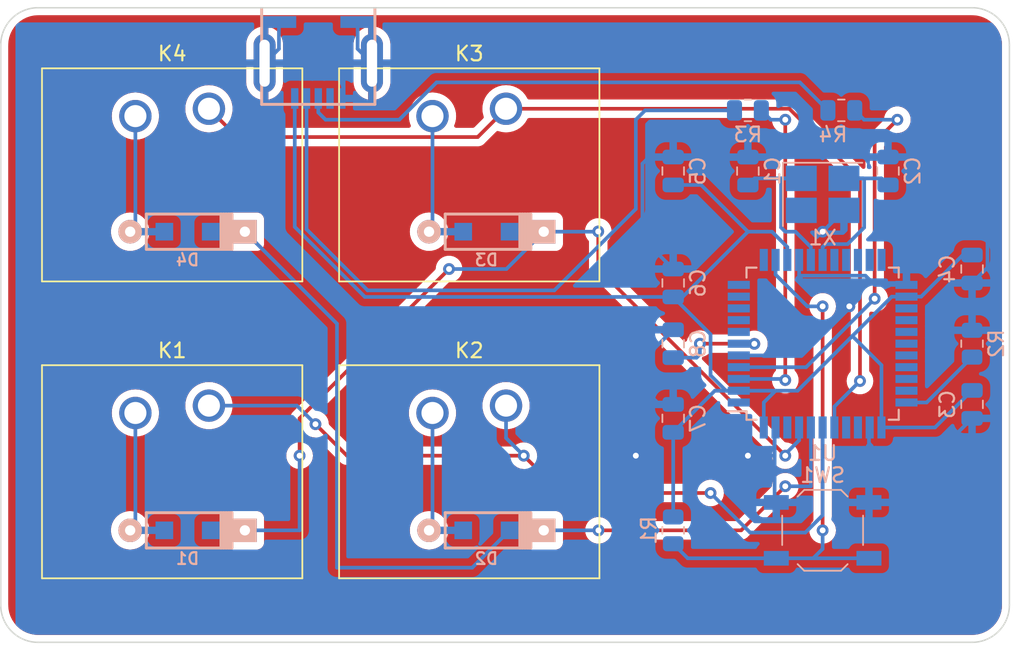
<source format=kicad_pcb>
(kicad_pcb (version 20211014) (generator pcbnew)
  (layers (0 "F.Cu" signal) (31 "B.Cu" signal) (34 "B.Paste" user) (35 "F.Paste" user) (36 "B.SilkS" user "B.Silkscreen") (37 "F.SilkS" user "F.Silkscreen") (38 "B.Mask" user) (39 "F.Mask" user) (44 "Edge.Cuts" user))
  (net 0 "")
  (net 1 "Net-(C1-Pad1)")
  (net 2 "Net-(C2-Pad1)")
  (net 3 "VUSB")
  (net 4 "Net-(C8-Pad1)")
  (net 5 "row1")
  (net 6 "Net-(D1-Pad2)")
  (net 7 "row2")
  (net 8 "Net-(D2-Pad2)")
  (net 9 "Net-(D3-Pad2)")
  (net 10 "Net-(D4-Pad2)")
  (net 11 "Net-(J1-Pad2)")
  (net 12 "Net-(J1-Pad3)")
  (net 14 "col1")
  (net 15 "col2")
  (net 16 "Net-(R1-Pad2)")
  (net 17 "Net-(R2-Pad1)")
  (net 18 "Net-(R3-Pad2)")
  (net 19 "Net-(R4-Pad2)")
  (net 43 "GND")
  (footprint "Button_Switch_Keyboard:SW_Matias_1.00u" (layer "F.Cu") (at 115.755 65.295)
    (fp_text reference "K4" (at -2.5 -3.75) (layer "F.SilkS"))
    (fp_text value "KEYSW")
    (fp_line (start -11.35 11.75) (end -11.35 -2.75) (layer "F.SilkS") (width 0.12))
    (fp_line (start 6.35 11.75) (end -11.35 11.75) (layer "F.SilkS") (width 0.12))
    (fp_line (start -11.35 -2.75) (end 6.35 -2.75) (layer "F.SilkS") (width 0.12))
    (fp_line (start 6.35 -2.75) (end 6.35 11.75) (layer "F.SilkS") (width 0.12))
    (pad "1" thru_hole circle (at 0 0) (size 2.2 2.2) (drill 1.5) (layers *.Cu *.Mask) (net 15 "col2"))
    (pad "2" thru_hole circle (at -5 0.5) (size 2.2 2.2) (drill 1.5) (layers *.Cu *.Mask) (net 10 "Net-(D4-Pad2)"))
  )
  (footprint "Button_Switch_Keyboard:SW_Matias_1.00u" (layer "F.Cu") (at 115.755 85.495)
    (fp_text reference "K1" (at -2.5 -3.75) (layer "F.SilkS"))
    (fp_text value "KEYSW")
    (fp_line (start 6.35 11.75) (end -11.35 11.75) (layer "F.SilkS") (width 0.12))
    (fp_line (start -11.35 -2.75) (end 6.35 -2.75) (layer "F.SilkS") (width 0.12))
    (fp_line (start -11.35 11.75) (end -11.35 -2.75) (layer "F.SilkS") (width 0.12))
    (fp_line (start 6.35 -2.75) (end 6.35 11.75) (layer "F.SilkS") (width 0.12))
    (pad "1" thru_hole circle (at 0 0) (size 2.2 2.2) (drill 1.5) (layers *.Cu *.Mask) (net 14 "col1"))
    (pad "2" thru_hole circle (at -5 0.5) (size 2.2 2.2) (drill 1.5) (layers *.Cu *.Mask) (net 6 "Net-(D1-Pad2)"))
  )
  (footprint "Button_Switch_Keyboard:SW_Matias_1.00u" (layer "F.Cu") (at 135.955 65.295)
    (fp_text reference "K3" (at -2.5 -3.75) (layer "F.SilkS"))
    (fp_text value "KEYSW")
    (fp_line (start 6.35 -2.75) (end 6.35 11.75) (layer "F.SilkS") (width 0.12))
    (fp_line (start -11.35 11.75) (end -11.35 -2.75) (layer "F.SilkS") (width 0.12))
    (fp_line (start -11.35 -2.75) (end 6.35 -2.75) (layer "F.SilkS") (width 0.12))
    (fp_line (start 6.35 11.75) (end -11.35 11.75) (layer "F.SilkS") (width 0.12))
    (pad "1" thru_hole circle (at 0 0) (size 2.2 2.2) (drill 1.5) (layers *.Cu *.Mask) (net 15 "col2"))
    (pad "2" thru_hole circle (at -5 0.5) (size 2.2 2.2) (drill 1.5) (layers *.Cu *.Mask) (net 9 "Net-(D3-Pad2)"))
  )
  (footprint "Button_Switch_Keyboard:SW_Matias_1.00u" (layer "F.Cu") (at 135.955 85.495)
    (fp_text reference "K2" (at -2.5 -3.75) (layer "F.SilkS"))
    (fp_text value "KEYSW")
    (fp_line (start 6.35 11.75) (end -11.35 11.75) (layer "F.SilkS") (width 0.12))
    (fp_line (start 6.35 -2.75) (end 6.35 11.75) (layer "F.SilkS") (width 0.12))
    (fp_line (start -11.35 -2.75) (end 6.35 -2.75) (layer "F.SilkS") (width 0.12))
    (fp_line (start -11.35 11.75) (end -11.35 -2.75) (layer "F.SilkS") (width 0.12))
    (pad "1" thru_hole circle (at 0 0) (size 2.2 2.2) (drill 1.5) (layers *.Cu *.Mask) (net 14 "col1"))
    (pad "2" thru_hole circle (at -5 0.5) (size 2.2 2.2) (drill 1.5) (layers *.Cu *.Mask) (net 8 "Net-(D2-Pad2)"))
  )
  (footprint "Capacitor_SMD:C_0805_2012Metric" (layer "B.Cu") (at 167.64 76.2 -90)
    (fp_text reference "C4" (at 0 1.68 90) (layer "B.SilkS") (effects (justify mirror)))
    (fp_text value "0.1u")
    (fp_line (start -0.261252 -0.735) (end 0.261252 -0.735) (layer "B.SilkS") (width 0.12))
    (fp_line (start -0.261252 0.735) (end 0.261252 0.735) (layer "B.SilkS") (width 0.12))
    (pad "1" smd roundrect (at -0.95 0 270) (size 1 1.45) (layers "B.Cu" "B.Paste" "B.Mask") (net 3 "VUSB"))
    (pad "2" smd roundrect (at 0.95 0 270) (size 1 1.45) (layers "B.Cu" "B.Paste" "B.Mask") (net 43 "GND"))
  )
  (footprint "keyboard_parts:USB_miniB_hirose_5S8" (layer "B.Cu") (at 123.19 64.595)
    (fp_text reference "J1" hide)
    (fp_text value "USB_mini_micro_B" hide)
    (fp_line (start -3.85 0.4) (end 3.85 0.4) (layer "B.SilkS") (width 0.2))
    (fp_line (start -3.85 0.4) (end -3.85 -6.1) (layer "B.SilkS") (width 0.2))
    (fp_line (start 3.85 0.4) (end 3.85 -6.1) (layer "B.SilkS") (width 0.2))
    (pad "1" smd rect locked (at -1.6 0) (size 0.5 1.4) (layers "B.Cu" "B.Paste" "B.Mask") (net 3 "VUSB"))
    (pad "2" smd rect locked (at -0.8 0) (size 0.5 1.4) (layers "B.Cu" "B.Paste" "B.Mask") (net 11 "Net-(J1-Pad2)"))
    (pad "3" smd rect locked (at 0 0) (size 0.5 1.4) (layers "B.Cu" "B.Paste" "B.Mask") (net 12 "Net-(J1-Pad3)"))
    (pad "4" smd rect locked (at 0.8 0) (size 0.5 1.4) (layers "B.Cu" "B.Paste" "B.Mask"))
    (pad "5" smd rect locked (at 1.6 0) (size 0.5 1.4) (layers "B.Cu" "B.Paste" "B.Mask") (net 43 "GND"))
    (pad "6" thru_hole oval locked (at -3.65 -2.4) (size 1.5 4) (drill oval 0.7 3.2) (layers *.Cu *.Mask "B.Paste") (net 43 "GND"))
    (pad "6" smd rect locked (at -2.675 -5.2) (size 2.35 0.8) (layers "B.Cu" "B.Paste" "B.Mask") (net 43 "GND"))
    (pad "6" thru_hole oval locked (at 3.65 -2.4) (size 1.5 4) (drill oval 0.7 3.2) (layers *.Cu *.Mask "B.Paste") (net 43 "GND"))
    (pad "6" smd rect locked (at 2.675 -5.2) (size 2.35 0.8) (layers "B.Cu" "B.Paste" "B.Mask") (net 43 "GND"))
  )
  (footprint "Resistor_SMD:R_0805_2012Metric" (layer "B.Cu") (at 147.32 93.98 -90)
    (fp_text reference "R1" (at 0 1.65 90) (layer "B.SilkS") (effects (justify mirror)))
    (fp_text value "10k")
    (fp_line (start -0.227064 0.735) (end 0.227064 0.735) (layer "B.SilkS") (width 0.12))
    (fp_line (start -0.227064 -0.735) (end 0.227064 -0.735) (layer "B.SilkS") (width 0.12))
    (pad "1" smd roundrect (at -0.9125 0 270) (size 1.025 1.4) (layers "B.Cu" "B.Paste" "B.Mask") (roundrect_rratio 0.243902) (net 3 "VUSB"))
    (pad "2" smd roundrect (at 0.9125 0 270) (size 1.025 1.4) (layers "B.Cu" "B.Paste" "B.Mask") (roundrect_rratio 0.243902) (net 16 "Net-(R1-Pad2)"))
  )
  (footprint "keyboard_parts:D_SOD123_axial" (layer "B.Cu") (at 114.3 93.98 180)
    (fp_text reference "D1" (at 0 -1.925) (layer "B.SilkS") (effects (font (size 0.8 0.8)) (justify mirror)))
    (fp_text value "D" hide)
    (fp_line (start 2.8 -1.2) (end -3 -1.2) (layer "B.SilkS") (width 0.2))
    (fp_line (start -2.8 1.2) (end -2.8 -1.2) (layer "B.SilkS") (width 0.2))
    (fp_line (start -3 1.2) (end 2.8 1.2) (layer "B.SilkS") (width 0.2))
    (fp_line (start -2.925 1.2) (end -2.925 -1.2) (layer "B.SilkS") (width 0.2))
    (fp_line (start 2.8 1.2) (end 2.8 -1.2) (layer "B.SilkS") (width 0.2))
    (fp_line (start -2.45 1.2) (end -2.45 -1.2) (layer "B.SilkS") (width 0.2))
    (fp_line (start -2.625 1.2) (end -2.625 -1.2) (layer "B.SilkS") (width 0.2))
    (fp_line (start -2.275 1.2) (end -2.275 -1.2) (layer "B.SilkS") (width 0.2))
    (fp_line (start -3.025 -1.2) (end -3.025 1.2) (layer "B.SilkS") (width 0.2))
    (pad "1" smd rect locked (at -2.7 0 180) (size 2.5 0.5) (layers "B.Cu") (net 5 "row1"))
    (pad "1" smd rect locked (at -1.575 0 180) (size 1.2 1.2) (layers "B.Cu" "B.Paste" "B.Mask") (net 5 "row1"))
    (pad "1" thru_hole rect locked (at -3.9 0 180) (size 1.6 1.6) (drill 0.7) (layers *.Cu *.Mask "B.SilkS") (net 5 "row1"))
    (pad "2" smd rect locked (at 2.7 0 180) (size 2.5 0.5) (layers "B.Cu") (net 6 "Net-(D1-Pad2)"))
    (pad "2" smd rect locked (at 1.575 0 180) (size 1.2 1.2) (layers "B.Cu" "B.Paste" "B.Mask") (net 6 "Net-(D1-Pad2)"))
    (pad "2" thru_hole circle locked (at 3.9 0 180) (size 1.6 1.6) (drill 0.7) (layers *.Cu *.Mask "B.SilkS") (net 6 "Net-(D1-Pad2)"))
  )
  (footprint "Capacitor_SMD:C_0805_2012Metric" (layer "B.Cu") (at 161.925 69.53 90)
    (fp_text reference "C2" (at 0 1.68 90) (layer "B.SilkS") (effects (justify mirror)))
    (fp_text value "22p")
    (fp_line (start -0.261252 -0.735) (end 0.261252 -0.735) (layer "B.SilkS") (width 0.12))
    (fp_line (start -0.261252 0.735) (end 0.261252 0.735) (layer "B.SilkS") (width 0.12))
    (pad "1" smd roundrect (at -0.95 0 90) (size 1 1.45) (layers "B.Cu" "B.Paste" "B.Mask") (net 2 "Net-(C2-Pad1)"))
    (pad "2" smd roundrect (at 0.95 0 90) (size 1 1.45) (layers "B.Cu" "B.Paste" "B.Mask") (net 43 "GND"))
  )
  (footprint "Package_QFP:TQFP-44_10x10mm_P0.8mm" (layer "B.Cu") (at 157.48 81.28)
    (fp_text reference "U1" (at 0 7.45) (layer "B.SilkS") (effects (justify mirror)))
    (fp_text value "ATMEGA32U4")
    (fp_line (start -5.175 -5.175) (end -4.5 -5.175) (layer "B.SilkS") (width 0.15))
    (fp_line (start 5.175 5.175) (end 5.175 4.5) (layer "B.SilkS") (width 0.15))
    (fp_line (start -5.175 5.175) (end -4.5 5.175) (layer "B.SilkS") (width 0.15))
    (fp_line (start -5.175 5.175) (end -5.175 4.6) (layer "B.SilkS") (width 0.15))
    (fp_line (start 5.175 -5.175) (end 5.175 -4.5) (layer "B.SilkS") (width 0.15))
    (fp_line (start 5.175 -5.175) (end 4.5 -5.175) (layer "B.SilkS") (width 0.15))
    (fp_line (start 5.175 5.175) (end 4.5 5.175) (layer "B.SilkS") (width 0.15))
    (fp_line (start -5.175 -5.175) (end -5.175 -4.5) (layer "B.SilkS") (width 0.15))
    (fp_line (start -5.175 4.6) (end -6.45 4.6) (layer "B.SilkS") (width 0.15))
    (pad "1" smd rect (at -5.7 4) (size 1.5 0.55) (layers "B.Cu" "B.Paste" "B.Mask"))
    (pad "2" smd rect (at -5.7 3.2) (size 1.5 0.55) (layers "B.Cu" "B.Paste" "B.Mask") (net 3 "VUSB"))
    (pad "3" smd rect (at -5.7 2.4) (size 1.5 0.55) (layers "B.Cu" "B.Paste" "B.Mask") (net 18 "Net-(R3-Pad2)"))
    (pad "4" smd rect (at -5.7 1.6) (size 1.5 0.55) (layers "B.Cu" "B.Paste" "B.Mask") (net 19 "Net-(R4-Pad2)"))
    (pad "5" smd rect (at -5.7 0.8) (size 1.5 0.55) (layers "B.Cu" "B.Paste" "B.Mask") (net 43 "GND"))
    (pad "6" smd rect (at -5.7 0) (size 1.5 0.55) (layers "B.Cu" "B.Paste" "B.Mask") (net 4 "Net-(C8-Pad1)"))
    (pad "7" smd rect (at -5.7 -0.8) (size 1.5 0.55) (layers "B.Cu" "B.Paste" "B.Mask"))
    (pad "8" smd rect (at -5.7 -1.6) (size 1.5 0.55) (layers "B.Cu" "B.Paste" "B.Mask"))
    (pad "9" smd rect (at -5.7 -2.4) (size 1.5 0.55) (layers "B.Cu" "B.Paste" "B.Mask"))
    (pad "10" smd rect (at -5.7 -3.2) (size 1.5 0.55) (layers "B.Cu" "B.Paste" "B.Mask"))
    (pad "11" smd rect (at -5.7 -4) (size 1.5 0.55) (layers "B.Cu" "B.Paste" "B.Mask"))
    (pad "12" smd rect (at -4 -5.7 270) (size 1.5 0.55) (layers "B.Cu" "B.Paste" "B.Mask"))
    (pad "13" smd rect (at -3.2 -5.7 270) (size 1.5 0.55) (layers "B.Cu" "B.Paste" "B.Mask") (net 16 "Net-(R1-Pad2)"))
    (pad "14" smd rect (at -2.4 -5.7 270) (size 1.5 0.55) (layers "B.Cu" "B.Paste" "B.Mask") (net 3 "VUSB"))
    (pad "15" smd rect (at -1.6 -5.7 270) (size 1.5 0.55) (layers "B.Cu" "B.Paste" "B.Mask") (net 43 "GND"))
    (pad "16" smd rect (at -0.8 -5.7 270) (size 1.5 0.55) (layers "B.Cu" "B.Paste" "B.Mask") (net 1 "Net-(C1-Pad1)"))
    (pad "17" smd rect (at 0 -5.7 270) (size 1.5 0.55) (layers "B.Cu" "B.Paste" "B.Mask") (net 2 "Net-(C2-Pad1)"))
    (pad "18" smd rect (at 0.8 -5.7 270) (size 1.5 0.55) (layers "B.Cu" "B.Paste" "B.Mask"))
    (pad "19" smd rect (at 1.6 -5.7 270) (size 1.5 0.55) (layers "B.Cu" "B.Paste" "B.Mask"))
    (pad "20" smd rect (at 2.4 -5.7 270) (size 1.5 0.55) (layers "B.Cu" "B.Paste" "B.Mask"))
    (pad "21" smd rect (at 3.2 -5.7 270) (size 1.5 0.55) (layers "B.Cu" "B.Paste" "B.Mask"))
    (pad "22" smd rect (at 4 -5.7 270) (size 1.5 0.55) (layers "B.Cu" "B.Paste" "B.Mask"))
    (pad "23" smd rect (at 5.7 -4) (size 1.5 0.55) (layers "B.Cu" "B.Paste" "B.Mask") (net 43 "GND"))
    (pad "24" smd rect (at 5.7 -3.2) (size 1.5 0.55) (layers "B.Cu" "B.Paste" "B.Mask") (net 3 "VUSB"))
    (pad "25" smd rect (at 5.7 -2.4) (size 1.5 0.55) (layers "B.Cu" "B.Paste" "B.Mask"))
    (pad "26" smd rect (at 5.7 -1.6) (size 1.5 0.55) (layers "B.Cu" "B.Paste" "B.Mask"))
    (pad "27" smd rect (at 5.7 -0.8) (size 1.5 0.55) (layers "B.Cu" "B.Paste" "B.Mask"))
    (pad "28" smd rect (at 5.7 0) (size 1.5 0.55) (layers "B.Cu" "B.Paste" "B.Mask"))
    (pad "29" smd rect (at 5.7 0.8) (size 1.5 0.55) (layers "B.Cu" "B.Paste" "B.Mask"))
    (pad "30" smd rect (at 5.7 1.6) (size 1.5 0.55) (layers "B.Cu" "B.Paste" "B.Mask"))
    (pad "31" smd rect (at 5.7 2.4) (size 1.5 0.55) (layers "B.Cu" "B.Paste" "B.Mask"))
    (pad "32" smd rect (at 5.7 3.2) (size 1.5 0.55) (layers "B.Cu" "B.Paste" "B.Mask"))
    (pad "33" smd rect (at 5.7 4) (size 1.5 0.55) (layers "B.Cu" "B.Paste" "B.Mask") (net 17 "Net-(R2-Pad1)"))
    (pad "34" smd rect (at 4 5.7 270) (size 1.5 0.55) (layers "B.Cu" "B.Paste" "B.Mask") (net 3 "VUSB"))
    (pad "35" smd rect (at 3.2 5.7 270) (size 1.5 0.55) (layers "B.Cu" "B.Paste" "B.Mask") (net 43 "GND"))
    (pad "36" smd rect (at 2.4 5.7 270) (size 1.5 0.55) (layers "B.Cu" "B.Paste" "B.Mask"))
    (pad "37" smd rect (at 1.6 5.7 270) (size 1.5 0.55) (layers "B.Cu" "B.Paste" "B.Mask"))
    (pad "38" smd rect (at 0.8 5.7 270) (size 1.5 0.55) (layers "B.Cu" "B.Paste" "B.Mask") (net 15 "col2"))
    (pad "39" smd rect (at 0 5.7 270) (size 1.5 0.55) (layers "B.Cu" "B.Paste" "B.Mask") (net 14 "col1"))
    (pad "40" smd rect (at -0.8 5.7 270) (size 1.5 0.55) (layers "B.Cu" "B.Paste" "B.Mask") (net 7 "row2"))
    (pad "41" smd rect (at -1.6 5.7 270) (size 1.5 0.55) (layers "B.Cu" "B.Paste" "B.Mask") (net 5 "row1"))
    (pad "42" smd rect (at -2.4 5.7 270) (size 1.5 0.55) (layers "B.Cu" "B.Paste" "B.Mask"))
    (pad "43" smd rect (at -3.2 5.7 270) (size 1.5 0.55) (layers "B.Cu" "B.Paste" "B.Mask") (net 43 "GND"))
    (pad "44" smd rect (at -4 5.7 270) (size 1.5 0.55) (layers "B.Cu" "B.Paste" "B.Mask") (net 3 "VUSB"))
  )
  (footprint "Resistor_SMD:R_0805_2012Metric" (layer "B.Cu") (at 167.64 81.28 90)
    (fp_text reference "R2" (at 0 1.65 90) (layer "B.SilkS") (effects (justify mirror)))
    (fp_text value "10k")
    (fp_line (start -0.227064 -0.735) (end 0.227064 -0.735) (layer "B.SilkS") (width 0.12))
    (fp_line (start -0.227064 0.735) (end 0.227064 0.735) (layer "B.SilkS") (width 0.12))
    (pad "1" smd roundrect (at -0.9125 0 90) (size 1.025 1.4) (layers "B.Cu" "B.Paste" "B.Mask") (roundrect_rratio 0.243902) (net 17 "Net-(R2-Pad1)"))
    (pad "2" smd roundrect (at 0.9125 0 90) (size 1.025 1.4) (layers "B.Cu" "B.Paste" "B.Mask") (roundrect_rratio 0.243902) (net 43 "GND"))
  )
  (footprint "keyboard_parts:D_SOD123_axial" (layer "B.Cu") (at 134.62 73.66 180)
    (fp_text reference "D3" (at 0 -1.925) (layer "B.SilkS") (effects (font (size 0.8 0.8)) (justify mirror)))
    (fp_text value "D" hide)
    (fp_line (start -2.925 1.2) (end -2.925 -1.2) (layer "B.SilkS") (width 0.2))
    (fp_line (start -2.275 1.2) (end -2.275 -1.2) (layer "B.SilkS") (width 0.2))
    (fp_line (start -2.8 1.2) (end -2.8 -1.2) (layer "B.SilkS") (width 0.2))
    (fp_line (start -3 1.2) (end 2.8 1.2) (layer "B.SilkS") (width 0.2))
    (fp_line (start -2.45 1.2) (end -2.45 -1.2) (layer "B.SilkS") (width 0.2))
    (fp_line (start -2.625 1.2) (end -2.625 -1.2) (layer "B.SilkS") (width 0.2))
    (fp_line (start 2.8 -1.2) (end -3 -1.2) (layer "B.SilkS") (width 0.2))
    (fp_line (start -3.025 -1.2) (end -3.025 1.2) (layer "B.SilkS") (width 0.2))
    (fp_line (start 2.8 1.2) (end 2.8 -1.2) (layer "B.SilkS") (width 0.2))
    (pad "1" thru_hole rect locked (at -3.9 0 180) (size 1.6 1.6) (drill 0.7) (layers *.Cu *.Mask "B.SilkS") (net 5 "row1"))
    (pad "1" smd rect locked (at -2.7 0 180) (size 2.5 0.5) (layers "B.Cu") (net 5 "row1"))
    (pad "1" smd rect locked (at -1.575 0 180) (size 1.2 1.2) (layers "B.Cu" "B.Paste" "B.Mask") (net 5 "row1"))
    (pad "2" smd rect locked (at 1.575 0 180) (size 1.2 1.2) (layers "B.Cu" "B.Paste" "B.Mask") (net 9 "Net-(D3-Pad2)"))
    (pad "2" smd rect locked (at 2.7 0 180) (size 2.5 0.5) (layers "B.Cu") (net 9 "Net-(D3-Pad2)"))
    (pad "2" thru_hole circle locked (at 3.9 0 180) (size 1.6 1.6) (drill 0.7) (layers *.Cu *.Mask "B.SilkS") (net 9 "Net-(D3-Pad2)"))
  )
  (footprint "Button_Switch_SMD:SW_SPST_TL3342" (layer "B.Cu") (at 157.48 93.98 180)
    (fp_text reference "SW1" (at 0 3.75) (layer "B.SilkS") (effects (justify mirror)))
    (fp_text value "SW_PUSH")
    (fp_line (start -2.75 1) (end -2.75 -1) (layer "B.SilkS") (width 0.12))
    (fp_line (start -1.7 -2.3) (end -1.25 -2.75) (layer "B.SilkS") (width 0.12))
    (fp_line (start 2.75 1) (end 2.75 -1) (layer "B.SilkS") (width 0.12))
    (fp_line (start -1.25 2.75) (end 1.25 2.75) (layer "B.SilkS") (width 0.12))
    (fp_line (start -1.7 2.3) (end -1.25 2.75) (layer "B.SilkS") (width 0.12))
    (fp_line (start -1.25 -2.75) (end 1.25 -2.75) (layer "B.SilkS") (width 0.12))
    (fp_line (start 1.7 2.3) (end 1.25 2.75) (layer "B.SilkS") (width 0.12))
    (fp_line (start 1.7 -2.3) (end 1.25 -2.75) (layer "B.SilkS") (width 0.12))
    (pad "1" smd rect (at -3.15 1.9 180) (size 1.7 1) (layers "B.Cu" "B.Paste" "B.Mask") (net 43 "GND"))
    (pad "1" smd rect (at 3.15 1.9 180) (size 1.7 1) (layers "B.Cu" "B.Paste" "B.Mask") (net 43 "GND"))
    (pad "2" smd rect (at 3.15 -1.9 180) (size 1.7 1) (layers "B.Cu" "B.Paste" "B.Mask") (net 16 "Net-(R1-Pad2)"))
    (pad "2" smd rect (at -3.15 -1.9 180) (size 1.7 1) (layers "B.Cu" "B.Paste" "B.Mask") (net 16 "Net-(R1-Pad2)"))
  )
  (footprint "Capacitor_SMD:C_0805_2012Metric" (layer "B.Cu") (at 147.32 86.36 90)
    (fp_text reference "C7" (at 0 1.68 90) (layer "B.SilkS") (effects (justify mirror)))
    (fp_text value "4.7u")
    (fp_line (start -0.261252 0.735) (end 0.261252 0.735) (layer "B.SilkS") (width 0.12))
    (fp_line (start -0.261252 -0.735) (end 0.261252 -0.735) (layer "B.SilkS") (width 0.12))
    (pad "1" smd roundrect (at -0.95 0 90) (size 1 1.45) (layers "B.Cu" "B.Paste" "B.Mask") (net 3 "VUSB"))
    (pad "2" smd roundrect (at 0.95 0 90) (size 1 1.45) (layers "B.Cu" "B.Paste" "B.Mask") (net 43 "GND"))
  )
  (footprint "Capacitor_SMD:C_0805_2012Metric" (layer "B.Cu") (at 152.4 69.535 90)
    (fp_text reference "C1" (at 0 1.68 90) (layer "B.SilkS") (effects (justify mirror)))
    (fp_text value "22p")
    (fp_line (start -0.261252 0.735) (end 0.261252 0.735) (layer "B.SilkS") (width 0.12))
    (fp_line (start -0.261252 -0.735) (end 0.261252 -0.735) (layer "B.SilkS") (width 0.12))
    (pad "1" smd roundrect (at -0.95 0 90) (size 1 1.45) (layers "B.Cu" "B.Paste" "B.Mask") (net 1 "Net-(C1-Pad1)"))
    (pad "2" smd roundrect (at 0.95 0 90) (size 1 1.45) (layers "B.Cu" "B.Paste" "B.Mask") (net 43 "GND"))
  )
  (footprint "Capacitor_SMD:C_0805_2012Metric" (layer "B.Cu") (at 147.32 69.53 90)
    (fp_text reference "C5" (at 0 1.68 90) (layer "B.SilkS") (effects (justify mirror)))
    (fp_text value "0.1u")
    (fp_line (start -0.261252 0.735) (end 0.261252 0.735) (layer "B.SilkS") (width 0.12))
    (fp_line (start -0.261252 -0.735) (end 0.261252 -0.735) (layer "B.SilkS") (width 0.12))
    (pad "1" smd roundrect (at -0.95 0 90) (size 1 1.45) (layers "B.Cu" "B.Paste" "B.Mask") (net 3 "VUSB"))
    (pad "2" smd roundrect (at 0.95 0 90) (size 1 1.45) (layers "B.Cu" "B.Paste" "B.Mask") (net 43 "GND"))
  )
  (footprint "Resistor_SMD:R_0805_2012Metric" (layer "B.Cu") (at 152.4 65.405)
    (fp_text reference "R3" (at 0 1.65) (layer "B.SilkS") (effects (justify mirror)))
    (fp_text value "22")
    (fp_line (start -0.227064 -0.735) (end 0.227064 -0.735) (layer "B.SilkS") (width 0.12))
    (fp_line (start -0.227064 0.735) (end 0.227064 0.735) (layer "B.SilkS") (width 0.12))
    (pad "1" smd roundrect (at -0.9125 0) (size 1.025 1.4) (layers "B.Cu" "B.Paste" "B.Mask") (roundrect_rratio 0.243902) (net 11 "Net-(J1-Pad2)"))
    (pad "2" smd roundrect (at 0.9125 0) (size 1.025 1.4) (layers "B.Cu" "B.Paste" "B.Mask") (roundrect_rratio 0.243902) (net 18 "Net-(R3-Pad2)"))
  )
  (footprint "Crystal:Crystal_SMD_SeikoEpson_TSX3225-4Pin_3.2x2.5mm_HandSoldering" (layer "B.Cu") (at 157.48 71.12)
    (fp_text reference "X1" (at 0 2.95) (layer "B.SilkS") (effects (justify mirror)))
    (fp_text value "XTAL_GND")
    (fp_line (start -2.7 -2.15) (end 2.7 -2.15) (layer "B.SilkS") (width 0.12))
    (fp_line (start -2.7 2.15) (end -2.7 -2.15) (layer "B.SilkS") (width 0.12))
    (pad "1" smd rect (at -1.45 -1.0875) (size 2.1 1.725) (layers "B.Cu" "B.Paste" "B.Mask") (net 1 "Net-(C1-Pad1)"))
    (pad "2" smd rect (at 1.45 -1.0875) (size 2.1 1.725) (layers "B.Cu" "B.Paste" "B.Mask") (net 2 "Net-(C2-Pad1)"))
    (pad "3" smd rect (at 1.45 1.0875) (size 2.1 1.725) (layers "B.Cu" "B.Paste" "B.Mask") (net 43 "GND"))
    (pad "4" smd rect (at -1.45 1.0875) (size 2.1 1.725) (layers "B.Cu" "B.Paste" "B.Mask"))
  )
  (footprint "Capacitor_SMD:C_0805_2012Metric" (layer "B.Cu") (at 147.32 81.28 90)
    (fp_text reference "C8" (at 0 1.68 90) (layer "B.SilkS") (effects (justify mirror)))
    (fp_text value "0.1u")
    (fp_line (start -0.261252 0.735) (end 0.261252 0.735) (layer "B.SilkS") (width 0.12))
    (fp_line (start -0.261252 -0.735) (end 0.261252 -0.735) (layer "B.SilkS") (width 0.12))
    (pad "1" smd roundrect (at -0.95 0 90) (size 1 1.45) (layers "B.Cu" "B.Paste" "B.Mask") (net 4 "Net-(C8-Pad1)"))
    (pad "2" smd roundrect (at 0.95 0 90) (size 1 1.45) (layers "B.Cu" "B.Paste" "B.Mask") (net 43 "GND"))
  )
  (footprint "Capacitor_SMD:C_0805_2012Metric" (layer "B.Cu") (at 147.32 77.15 90)
    (fp_text reference "C6" (at 0 1.68 90) (layer "B.SilkS") (effects (justify mirror)))
    (fp_text value "0.1u")
    (fp_line (start -0.261252 -0.735) (end 0.261252 -0.735) (layer "B.SilkS") (width 0.12))
    (fp_line (start -0.261252 0.735) (end 0.261252 0.735) (layer "B.SilkS") (width 0.12))
    (pad "1" smd roundrect (at -0.95 0 90) (size 1 1.45) (layers "B.Cu" "B.Paste" "B.Mask") (net 3 "VUSB"))
    (pad "2" smd roundrect (at 0.95 0 90) (size 1 1.45) (layers "B.Cu" "B.Paste" "B.Mask") (net 43 "GND"))
  )
  (footprint "keyboard_parts:D_SOD123_axial" (layer "B.Cu") (at 134.62 93.98 180)
    (fp_text reference "D2" (at 0 -1.925) (layer "B.SilkS") (effects (font (size 0.8 0.8)) (justify mirror)))
    (fp_text value "D" hide)
    (fp_line (start -2.275 1.2) (end -2.275 -1.2) (layer "B.SilkS") (width 0.2))
    (fp_line (start -3 1.2) (end 2.8 1.2) (layer "B.SilkS") (width 0.2))
    (fp_line (start 2.8 1.2) (end 2.8 -1.2) (layer "B.SilkS") (width 0.2))
    (fp_line (start -2.925 1.2) (end -2.925 -1.2) (layer "B.SilkS") (width 0.2))
    (fp_line (start -2.8 1.2) (end -2.8 -1.2) (layer "B.SilkS") (width 0.2))
    (fp_line (start -2.625 1.2) (end -2.625 -1.2) (layer "B.SilkS") (width 0.2))
    (fp_line (start -2.45 1.2) (end -2.45 -1.2) (layer "B.SilkS") (width 0.2))
    (fp_line (start -3.025 -1.2) (end -3.025 1.2) (layer "B.SilkS") (width 0.2))
    (fp_line (start 2.8 -1.2) (end -3 -1.2) (layer "B.SilkS") (width 0.2))
    (pad "1" thru_hole rect locked (at -3.9 0 180) (size 1.6 1.6) (drill 0.7) (layers *.Cu *.Mask "B.SilkS") (net 7 "row2"))
    (pad "1" smd rect locked (at -2.7 0 180) (size 2.5 0.5) (layers "B.Cu") (net 7 "row2"))
    (pad "1" smd rect locked (at -1.575 0 180) (size 1.2 1.2) (layers "B.Cu" "B.Paste" "B.Mask") (net 7 "row2"))
    (pad "2" smd rect locked (at 1.575 0 180) (size 1.2 1.2) (layers "B.Cu" "B.Paste" "B.Mask") (net 8 "Net-(D2-Pad2)"))
    (pad "2" thru_hole circle locked (at 3.9 0 180) (size 1.6 1.6) (drill 0.7) (layers *.Cu *.Mask "B.SilkS") (net 8 "Net-(D2-Pad2)"))
    (pad "2" smd rect locked (at 2.7 0 180) (size 2.5 0.5) (layers "B.Cu") (net 8 "Net-(D2-Pad2)"))
  )
  (footprint "Resistor_SMD:R_0805_2012Metric" (layer "B.Cu") (at 158.75 65.405)
    (fp_text reference "R4" (at -0.56 1.65) (layer "B.SilkS") (effects (justify mirror)))
    (fp_text value "22")
    (fp_line (start -0.227064 0.735) (end 0.227064 0.735) (layer "B.SilkS") (width 0.12))
    (fp_line (start -0.227064 -0.735) (end 0.227064 -0.735) (layer "B.SilkS") (width 0.12))
    (pad "1" smd roundrect (at -0.9125 0) (size 1.025 1.4) (layers "B.Cu" "B.Paste" "B.Mask") (roundrect_rratio 0.243902) (net 12 "Net-(J1-Pad3)"))
    (pad "2" smd roundrect (at 0.9125 0) (size 1.025 1.4) (layers "B.Cu" "B.Paste" "B.Mask") (roundrect_rratio 0.243902) (net 19 "Net-(R4-Pad2)"))
  )
  (footprint "keyboard_parts:D_SOD123_axial" (layer "B.Cu") (at 114.3 73.66 180)
    (fp_text reference "D4" (at 0 -1.925) (layer "B.SilkS") (effects (font (size 0.8 0.8)) (justify mirror)))
    (fp_text value "D" hide)
    (fp_line (start 2.8 -1.2) (end -3 -1.2) (layer "B.SilkS") (width 0.2))
    (fp_line (start -3 1.2) (end 2.8 1.2) (layer "B.SilkS") (width 0.2))
    (fp_line (start 2.8 1.2) (end 2.8 -1.2) (layer "B.SilkS") (width 0.2))
    (fp_line (start -2.45 1.2) (end -2.45 -1.2) (layer "B.SilkS") (width 0.2))
    (fp_line (start -2.8 1.2) (end -2.8 -1.2) (layer "B.SilkS") (width 0.2))
    (fp_line (start -2.925 1.2) (end -2.925 -1.2) (layer "B.SilkS") (width 0.2))
    (fp_line (start -3.025 -1.2) (end -3.025 1.2) (layer "B.SilkS") (width 0.2))
    (fp_line (start -2.625 1.2) (end -2.625 -1.2) (layer "B.SilkS") (width 0.2))
    (fp_line (start -2.275 1.2) (end -2.275 -1.2) (layer "B.SilkS") (width 0.2))
    (pad "1" smd rect locked (at -1.575 0 180) (size 1.2 1.2) (layers "B.Cu" "B.Paste" "B.Mask") (net 7 "row2"))
    (pad "1" thru_hole rect locked (at -3.9 0 180) (size 1.6 1.6) (drill 0.7) (layers *.Cu *.Mask "B.SilkS") (net 7 "row2"))
    (pad "1" smd rect locked (at -2.7 0 180) (size 2.5 0.5) (layers "B.Cu") (net 7 "row2"))
    (pad "2" smd rect locked (at 1.575 0 180) (size 1.2 1.2) (layers "B.Cu" "B.Paste" "B.Mask") (net 10 "Net-(D4-Pad2)"))
    (pad "2" smd rect locked (at 2.7 0 180) (size 2.5 0.5) (layers "B.Cu") (net 10 "Net-(D4-Pad2)"))
    (pad "2" thru_hole circle locked (at 3.9 0 180) (size 1.6 1.6) (drill 0.7) (layers *.Cu *.Mask "B.SilkS") (net 10 "Net-(D4-Pad2)"))
  )
  (footprint "Capacitor_SMD:C_0805_2012Metric" (layer "B.Cu") (at 167.64 85.41 -90)
    (fp_text reference "C3" (at 0 1.68 90) (layer "B.SilkS") (effects (justify mirror)))
    (fp_text value "0.1u")
    (fp_line (start -0.261252 0.735) (end 0.261252 0.735) (layer "B.SilkS") (width 0.12))
    (fp_line (start -0.261252 -0.735) (end 0.261252 -0.735) (layer "B.SilkS") (width 0.12))
    (pad "1" smd roundrect (at -0.95 0 270) (size 1 1.45) (layers "B.Cu" "B.Paste" "B.Mask") (net 3 "VUSB"))
    (pad "2" smd roundrect (at 0.95 0 270) (size 1 1.45) (layers "B.Cu" "B.Paste" "B.Mask") (net 43 "GND"))
  )
  (gr_arc (start 101.6 60.96) (mid 102.343949 59.163949) (end 104.14 58.42) (layer "Edge.Cuts") (width 0.1))
  (gr_line (start 101.6 60.96) (end 101.6 99.06) (layer "Edge.Cuts") (width 0.1))
  (gr_line (start 167.64 58.42) (end 104.14 58.42) (layer "Edge.Cuts") (width 0.1))
  (gr_arc (start 167.64 58.42) (mid 169.436051 59.163949) (end 170.18 60.96) (layer "Edge.Cuts") (width 0.1))
  (gr_line (start 170.18 60.96) (end 170.18 99.06) (layer "Edge.Cuts") (width 0.1))
  (gr_line (start 104.14 101.6) (end 167.64 101.6) (layer "Edge.Cuts") (width 0.1))
  (gr_arc (start 104.14 101.6) (mid 102.343949 100.856051) (end 101.6 99.06) (layer "Edge.Cuts") (width 0.1))
  (gr_arc (start 170.18 99.06) (mid 169.436051 100.856051) (end 167.64 101.6) (layer "Edge.Cuts") (width 0.1))
  (segment (start 156.68 74.705978) (end 156.68 75.58) (width 0.25) (layer "B.Cu") (net 1))
  (segment (start 156.03 70.0325) (end 154.73 70.0325) (width 0.25) (layer "B.Cu") (net 1))
  (segment (start 152.4 70.485) (end 152.8525 70.0325) (width 0.25) (layer "B.Cu") (net 1))
  (segment (start 154.73 70.0325) (end 154.655489 70.107011) (width 0.25) (layer "B.Cu") (net 1))
  (segment (start 154.655489 73.375489) (end 154.94 73.66) (width 0.25) (layer "B.Cu") (net 1))
  (segment (start 156.03 70.6675) (end 155.643478 70.6675) (width 0.25) (layer "B.Cu") (net 1))
  (segment (start 154.655489 70.107011) (end 154.655489 73.375489) (width 0.25) (layer "B.Cu") (net 1))
  (segment (start 152.8525 70.0325) (end 156.03 70.0325) (width 0.25) (layer "B.Cu") (net 1))
  (segment (start 152.5825 70.6675) (end 152.4 70.485) (width 0.25) (layer "B.Cu") (net 1))
  (segment (start 154.94 73.66) (end 155.634022 73.66) (width 0.25) (layer "B.Cu") (net 1))
  (segment (start 155.634022 73.66) (end 156.68 74.705978) (width 0.25) (layer "B.Cu") (net 1))
  (segment (start 160.23 70.0325) (end 160.304511 70.107011) (width 0.25) (layer "B.Cu") (net 2))
  (segment (start 159.174511 74.505489) (end 157.680489 74.505489) (width 0.25) (layer "B.Cu") (net 2))
  (segment (start 161.7925 70.6675) (end 161.925 70.8) (width 0.25) (layer "B.Cu") (net 2))
  (segment (start 160.304511 73.375489) (end 159.174511 74.505489) (width 0.25) (layer "B.Cu") (net 2))
  (segment (start 160.304511 70.107011) (end 160.304511 73.375489) (width 0.25) (layer "B.Cu") (net 2))
  (segment (start 161.925 70.48) (end 161.4775 70.0325) (width 0.25) (layer "B.Cu") (net 2))
  (segment (start 158.93 70.0325) (end 160.23 70.0325) (width 0.25) (layer "B.Cu") (net 2))
  (segment (start 157.680489 74.505489) (end 157.48 74.705978) (width 0.25) (layer "B.Cu") (net 2))
  (segment (start 157.48 74.705978) (end 157.48 75.58) (width 0.25) (layer "B.Cu") (net 2))
  (segment (start 161.4775 70.0325) (end 158.93 70.0325) (width 0.25) (layer "B.Cu") (net 2))
  (segment (start 164.18 78.08) (end 167.01 75.25) (width 0.25) (layer "B.Cu") (net 3))
  (segment (start 149.86 80.64) (end 149.86 83.434022) (width 0.25) (layer "B.Cu") (net 3))
  (segment (start 147.32 87.31) (end 150.15 84.48) (width 0.25) (layer "B.Cu") (net 3))
  (segment (start 161.48 82.74) (end 159.5 80.76) (width 0.25) (layer "B.Cu") (net 3))
  (segment (start 154.28 84.48) (end 151.78 84.48) (width 0.25) (layer "B.Cu") (net 3))
  (segment (start 159.5 80.76) (end 155.78 84.48) (width 0.25) (layer "B.Cu") (net 3))
  (segment (start 161.48 86.98) (end 165.12 86.98) (width 0.25) (layer "B.Cu") (net 3))
  (segment (start 161.48 86.98) (end 161.48 82.74) (width 0.25) (layer "B.Cu") (net 3))
  (segment (start 121.59 73.33) (end 126.36 78.1) (width 0.25) (layer "B.Cu") (net 3))
  (segment (start 147.32 78.1) (end 147.96 78.1) (width 0.25) (layer "B.Cu") (net 3))
  (segment (start 154.034022 73.66) (end 155.08 74.705978) (width 0.25) (layer "B.Cu") (net 3))
  (segment (start 167.01 75.25) (end 167.64 75.25) (width 0.25) (layer "B.Cu") (net 3))
  (segment (start 147.32 78.1) (end 149.86 80.64) (width 0.25) (layer "B.Cu") (net 3))
  (segment (start 153.48 86.98) (end 153.48 85.28) (width 0.25) (layer "B.Cu") (net 3))
  (segment (start 126.36 78.1) (end 147.32 78.1) (width 0.25) (layer "B.Cu") (net 3))
  (segment (start 150.905978 84.48) (end 151.78 84.48) (width 0.25) (layer "B.Cu") (net 3))
  (segment (start 149.22 70.48) (end 152.4 73.66) (width 0.25) (layer "B.Cu") (net 3))
  (segment (start 155.08 74.705978) (end 155.08 75.58) (width 0.25) (layer "B.Cu") (net 3))
  (segment (start 165.12 86.98) (end 167.64 84.46) (width 0.25) (layer "B.Cu") (net 3))
  (segment (start 121.59 64.595) (end 121.59 73.33) (width 0.25) (layer "B.Cu") (net 3))
  (segment (start 162.18 78.08) (end 159.5 80.76) (width 0.25) (layer "B.Cu") (net 3))
  (segment (start 147.32 93.0675) (end 147.32 87.31) (width 0.25) (layer "B.Cu") (net 3))
  (segment (start 153.48 85.28) (end 154.28 84.48) (width 0.25) (layer "B.Cu") (net 3))
  (segment (start 147.96 78.1) (end 152.4 73.66) (width 0.25) (layer "B.Cu") (net 3))
  (segment (start 163.18 78.08) (end 164.18 78.08) (width 0.25) (layer "B.Cu") (net 3))
  (segment (start 149.86 83.434022) (end 150.905978 84.48) (width 0.25) (layer "B.Cu") (net 3))
  (segment (start 155.78 84.48) (end 154.28 84.48) (width 0.25) (layer "B.Cu") (net 3))
  (segment (start 152.4 73.66) (end 154.034022 73.66) (width 0.25) (layer "B.Cu") (net 3))
  (segment (start 147.32 70.48) (end 149.22 70.48) (width 0.25) (layer "B.Cu") (net 3))
  (segment (start 150.15 84.48) (end 151.78 84.48) (width 0.25) (layer "B.Cu") (net 3))
  (segment (start 163.18 78.08) (end 162.18 78.08) (width 0.25) (layer "B.Cu") (net 3))
  (segment (start 152.827409 81.28) (end 152.83819 81.290781) (width 0.25) (layer "F.Cu") (net 4))
  (segment (start 149.1355 81.28) (end 152.827409 81.28) (width 0.25) (layer "F.Cu") (net 4))
  (via (at 152.83819 81.290781) (size 0.8) (drill 0.4) (layers "F.Cu" "B.Cu") (net 4))
  (via (at 149.1355 81.28) (size 0.8) (drill 0.4) (layers "F.Cu" "B.Cu") (net 4))
  (segment (start 152.83819 81.290781) (end 151.790781 81.290781) (width 0.25) (layer "B.Cu") (net 4))
  (segment (start 149.1355 82.0045) (end 149.1355 81.28) (width 0.25) (layer "B.Cu") (net 4))
  (segment (start 151.790781 81.290781) (end 151.78 81.28) (width 0.25) (layer "B.Cu") (net 4))
  (segment (start 148.91 82.23) (end 149.1355 82.0045) (width 0.25) (layer "B.Cu") (net 4))
  (segment (start 147.32 82.23) (end 148.91 82.23) (width 0.25) (layer "B.Cu") (net 4))
  (segment (start 121.92 86.36) (end 121.92 88.9) (width 0.25) (layer "F.Cu") (net 5))
  (segment (start 132.08 76.2) (end 121.92 86.36) (width 0.25) (layer "F.Cu") (net 5))
  (segment (start 154.94 88.9) (end 142.223951 76.183951) (width 0.25) (layer "F.Cu") (net 5))
  (segment (start 142.223951 76.183951) (end 142.223951 73.643951) (width 0.25) (layer "F.Cu") (net 5))
  (via (at 132.08 76.2) (size 0.8) (drill 0.4) (layers "F.Cu" "B.Cu") (net 5))
  (via (at 154.94 88.9) (size 0.8) (drill 0.4) (layers "F.Cu" "B.Cu") (net 5))
  (via (at 142.223951 73.643951) (size 0.8) (drill 0.4) (layers "F.Cu" "B.Cu") (net 5))
  (via (at 121.92 88.9) (size 0.8) (drill 0.4) (layers "F.Cu" "B.Cu") (net 5))
  (segment (start 154.94 88.794022) (end 154.94 88.9) (width 0.25) (layer "B.Cu") (net 5))
  (segment (start 155.88 87.854022) (end 154.94 88.794022) (width 0.25) (layer "B.Cu") (net 5))
  (segment (start 121.92 93.98) (end 118.2 93.98) (width 0.25) (layer "B.Cu") (net 5))
  (segment (start 155.88 86.98) (end 155.88 87.854022) (width 0.25) (layer "B.Cu") (net 5))
  (segment (start 142.223951 73.643951) (end 142.207902 73.66) (width 0.25) (layer "B.Cu") (net 5))
  (segment (start 121.92 88.9) (end 121.92 93.98) (width 0.25) (layer "B.Cu") (net 5))
  (segment (start 138.52 73.66) (end 135.98 76.2) (width 0.25) (layer "B.Cu") (net 5))
  (segment (start 142.207902 73.66) (end 138.52 73.66) (width 0.25) (layer "B.Cu") (net 5))
  (segment (start 135.98 76.2) (end 132.08 76.2) (width 0.25) (layer "B.Cu") (net 5))
  (segment (start 110.755 85.995) (end 110.755 93.625) (width 0.25) (layer "B.Cu") (net 6))
  (segment (start 110.755 93.625) (end 110.4 93.98) (width 0.25) (layer "B.Cu") (net 6))
  (segment (start 154.94 90.980498) (end 151.940498 93.98) (width 0.25) (layer "F.Cu") (net 7))
  (segment (start 151.940498 93.98) (end 142.24 93.98) (width 0.25) (layer "F.Cu") (net 7))
  (via (at 142.24 93.98) (size 0.8) (drill 0.4) (layers "F.Cu" "B.Cu") (net 7))
  (via (at 154.94 90.980498) (size 0.8) (drill 0.4) (layers "F.Cu" "B.Cu") (net 7))
  (segment (start 118.2 73.66) (end 124.46 79.92) (width 0.25) (layer "B.Cu") (net 7))
  (segment (start 124.46 79.92) (end 124.46 96.52) (width 0.25) (layer "B.Cu") (net 7))
  (segment (start 124.46 96.52) (end 133.655 96.52) (width 0.25) (layer "B.Cu") (net 7))
  (segment (start 156.68 90.980498) (end 154.94 90.980498) (width 0.25) (layer "B.Cu") (net 7))
  (segment (start 133.655 96.52) (end 136.195 93.98) (width 0.25) (layer "B.Cu") (net 7))
  (segment (start 142.24 93.98) (end 138.52 93.98) (width 0.25) (layer "B.Cu") (net 7))
  (segment (start 156.68 86.98) (end 156.68 90.980498) (width 0.25) (layer "B.Cu") (net 7))
  (segment (start 130.955 85.995) (end 130.955 93.745) (width 0.25) (layer "B.Cu") (net 8))
  (segment (start 130.955 93.745) (end 130.72 93.98) (width 0.25) (layer "B.Cu") (net 8))
  (segment (start 130.955 73.425) (end 130.72 73.66) (width 0.25) (layer "B.Cu") (net 9))
  (segment (start 130.955 65.795) (end 130.955 73.425) (width 0.25) (layer "B.Cu") (net 9))
  (segment (start 110.755 65.795) (end 110.755 73.305) (width 0.25) (layer "B.Cu") (net 10))
  (segment (start 110.755 73.305) (end 110.4 73.66) (width 0.25) (layer "B.Cu") (net 10))
  (segment (start 144.78 66.04) (end 145.415 65.405) (width 0.25) (layer "B.Cu") (net 11))
  (segment (start 126.546198 77.65048) (end 139.24202 77.65048) (width 0.25) (layer "B.Cu") (net 11))
  (segment (start 145.415 65.405) (end 151.4875 65.405) (width 0.25) (layer "B.Cu") (net 11))
  (segment (start 122.39 73.494282) (end 126.546198 77.65048) (width 0.25) (layer "B.Cu") (net 11))
  (segment (start 144.78 72.1125) (end 144.78 66.04) (width 0.25) (layer "B.Cu") (net 11))
  (segment (start 139.24202 77.65048) (end 144.78 72.1125) (width 0.25) (layer "B.Cu") (net 11))
  (segment (start 122.39 64.595) (end 122.39 73.494282) (width 0.25) (layer "B.Cu") (net 11))
  (segment (start 155.9325 63.5) (end 157.8375 65.405) (width 0.25) (layer "B.Cu") (net 12))
  (segment (start 128.695436 66.04) (end 131.235436 63.5) (width 0.25) (layer "B.Cu") (net 12))
  (segment (start 123.19 64.595) (end 123.19 65.545) (width 0.25) (layer "B.Cu") (net 12))
  (segment (start 123.19 65.545) (end 123.685 66.04) (width 0.25) (layer "B.Cu") (net 12))
  (segment (start 123.685 66.04) (end 128.695436 66.04) (width 0.25) (layer "B.Cu") (net 12))
  (segment (start 131.235436 63.5) (end 155.9325 63.5) (width 0.25) (layer "B.Cu") (net 12))
  (segment (start 139.7 91.44) (end 137.16 88.9) (width 0.25) (layer "F.Cu") (net 14))
  (segment (start 125.141083 88.9) (end 137.16 88.9) (width 0.25) (layer "F.Cu") (net 14))
  (segment (start 149.86 91.44) (end 139.7 91.44) (width 0.25) (layer "F.Cu") (net 14))
  (segment (start 122.99869 86.757607) (end 125.141083 88.9) (width 0.25) (layer "F.Cu") (net 14))
  (via (at 122.99869 86.757607) (size 0.8) (drill 0.4) (layers "F.Cu" "B.Cu") (net 14))
  (via (at 135.955 85.495) (size 0.8) (drill 0.4) (layers "F.Cu" "B.Cu") (net 14))
  (via (at 137.16 88.9) (size 0.8) (drill 0.4) (layers "F.Cu" "B.Cu") (net 14))
  (via (at 149.86 91.44) (size 0.8) (drill 0.4) (layers "F.Cu" "B.Cu") (net 14))
  (segment (start 157.48 92.955386) (end 156.305337 94.130049) (width 0.25) (layer "B.Cu") (net 14))
  (segment (start 135.955 87.695) (end 135.955 85.495) (width 0.25) (layer "B.Cu") (net 14))
  (segment (start 152.550049 94.130049) (end 149.86 91.44) (width 0.25) (layer "B.Cu") (net 14))
  (segment (start 121.736083 85.495) (end 122.99869 86.757607) (width 0.25) (layer "B.Cu") (net 14))
  (segment (start 157.48 86.98) (end 157.48 92.955386) (width 0.25) (layer "B.Cu") (net 14))
  (segment (start 156.305337 94.130049) (end 152.550049 94.130049) (width 0.25) (layer "B.Cu") (net 14))
  (segment (start 137.16 88.9) (end 135.955 87.695) (width 0.25) (layer "B.Cu") (net 14))
  (segment (start 115.755 85.495) (end 121.736083 85.495) (width 0.25) (layer "B.Cu") (net 14))
  (segment (start 160.02 70.095386) (end 160.02 83.82) (width 0.25) (layer "F.Cu") (net 15))
  (segment (start 134.030489 67.219511) (end 135.955 65.295) (width 0.25) (layer "F.Cu") (net 15))
  (segment (start 155.219614 65.295) (end 160.02 70.095386) (width 0.25) (layer "F.Cu") (net 15))
  (segment (start 117.679511 67.219511) (end 134.030489 67.219511) (width 0.25) (layer "F.Cu") (net 15))
  (segment (start 115.755 65.295) (end 117.679511 67.219511) (width 0.25) (layer "F.Cu") (net 15))
  (segment (start 135.955 65.295) (end 155.219614 65.295) (width 0.25) (layer "F.Cu") (net 15))
  (via (at 160.02 83.82) (size 0.8) (drill 0.4) (layers "F.Cu" "B.Cu") (net 15))
  (segment (start 158.28 85.56) (end 158.28 86.98) (width 0.25) (layer "B.Cu") (net 15))
  (segment (start 160.02 83.82) (end 158.28 85.56) (width 0.25) (layer "B.Cu") (net 15))
  (segment (start 157.48 93.98) (end 157.48 78.74) (width 0.25) (layer "F.Cu") (net 16))
  (via (at 157.48 93.98) (size 0.8) (drill 0.4) (layers "F.Cu" "B.Cu") (net 16))
  (via (at 157.48 78.74) (size 0.8) (drill 0.4) (layers "F.Cu" "B.Cu") (net 16))
  (segment (start 157.48 78.74) (end 156.44 78.74) (width 0.25) (layer "B.Cu") (net 16))
  (segment (start 154.33 95.88) (end 148.3075 95.88) (width 0.25) (layer "B.Cu") (net 16))
  (segment (start 148.3075 95.88) (end 147.32 94.8925) (width 0.25) (layer "B.Cu") (net 16))
  (segment (start 156.84 95.88) (end 154.33 95.88) (width 0.25) (layer "B.Cu") (net 16))
  (segment (start 156.44 78.74) (end 154.28 76.58) (width 0.25) (layer "B.Cu") (net 16))
  (segment (start 154.28 76.58) (end 154.28 75.58) (width 0.25) (layer "B.Cu") (net 16))
  (segment (start 160.63 95.88) (end 156.84 95.88) (width 0.25) (layer "B.Cu") (net 16))
  (segment (start 157.48 95.24) (end 157.48 93.98) (width 0.25) (layer "B.Cu") (net 16))
  (segment (start 156.84 95.88) (end 157.48 95.24) (width 0.25) (layer "B.Cu") (net 16))
  (segment (start 163.18 85.28) (end 164.5525 85.28) (width 0.25) (layer "B.Cu") (net 17))
  (segment (start 164.5525 85.28) (end 167.64 82.1925) (width 0.25) (layer "B.Cu") (net 17))
  (segment (start 154.94 83.7555) (end 154.94 66.04) (width 0.25) (layer "F.Cu") (net 18))
  (via (at 154.94 83.7555) (size 0.8) (drill 0.4) (layers "F.Cu" "B.Cu") (net 18))
  (via (at 154.94 66.04) (size 0.8) (drill 0.4) (layers "F.Cu" "B.Cu") (net 18))
  (segment (start 151.78 83.68) (end 154.8645 83.68) (width 0.25) (layer "B.Cu") (net 18))
  (segment (start 154.8645 83.68) (end 154.94 83.7555) (width 0.25) (layer "B.Cu") (net 18))
  (segment (start 153.9475 66.04) (end 153.3125 65.405) (width 0.25) (layer "B.Cu") (net 18))
  (segment (start 154.94 66.04) (end 153.9475 66.04) (width 0.25) (layer "B.Cu") (net 18))
  (segment (start 161.017606 78.217796) (end 161.017606 67.582394) (width 0.25) (layer "F.Cu") (net 19))
  (segment (start 161.017606 67.582394) (end 162.56 66.04) (width 0.25) (layer "F.Cu") (net 19))
  (via (at 162.56 66.04) (size 0.8) (drill 0.4) (layers "F.Cu" "B.Cu") (net 19))
  (via (at 161.017606 78.217796) (size 0.8) (drill 0.4) (layers "F.Cu" "B.Cu") (net 19))
  (segment (start 160.2975 66.04) (end 159.6625 65.405) (width 0.25) (layer "B.Cu") (net 19))
  (segment (start 156.355402 82.88) (end 161.017606 78.217796) (width 0.25) (layer "B.Cu") (net 19))
  (segment (start 151.78 82.88) (end 156.355402 82.88) (width 0.25) (layer "B.Cu") (net 19))
  (segment (start 162.56 66.04) (end 160.2975 66.04) (width 0.25) (layer "B.Cu") (net 19))
  (segment (start 157.48 76.9245) (end 159.2955 78.74) (width 0.25) (layer "F.Cu") (net 43))
  (segment (start 144.78 88.9) (end 152.4 88.9) (width 0.25) (layer "F.Cu") (net 43))
  (segment (start 157.48 73.66) (end 157.48 76.9245) (width 0.25) (layer "F.Cu") (net 43))
  (via (at 152.4 88.9) (size 0.8) (drill 0.4) (layers "F.Cu" "B.Cu") (net 43))
  (via (at 157.48 73.66) (size 0.8) (drill 0.4) (layers "F.Cu" "B.Cu") (net 43))
  (via (at 159.2955 78.74) (size 0.8) (drill 0.4) (layers "F.Cu" "B.Cu") (net 43))
  (via (at 144.78 88.9) (size 0.8) (drill 0.4) (layers "F.Cu" "B.Cu") (net 43))
  (segment (start 155.6645 80.5555) (end 157.48 80.5555) (width 0.25) (layer "B.Cu") (net 43))
  (segment (start 125.865 61.22) (end 126.84 62.195) (width 0.25) (layer "B.Cu") (net 43))
  (segment (start 145.67904 68.58) (end 147.32 68.58) (width 0.25) (layer "B.Cu") (net 43))
  (segment (start 155.88 76.58) (end 155.954511 76.654511) (width 0.25) (layer "B.Cu") (net 43))
  (segment (start 144.78 83.82) (end 144.78 88.9) (width 0.25) (layer "B.Cu") (net 43))
  (segment (start 125.865 59.395) (end 125.865 61.22) (width 0.25) (layer "B.Cu") (net 43))
  (segment (start 147.32 85.41) (end 146.37 85.41) (width 0.25) (layer "B.Cu") (net 43))
  (segment (start 161.92 68.585) (end 161.925 68.58) (width 0.25) (layer "B.Cu") (net 43))
  (segment (start 120.515 61.22) (end 119.54 62.195) (width 0.25) (layer "B.Cu") (net 43))
  (segment (start 152.4 88.9) (end 154.215489 88.9) (width 0.25) (layer "B.Cu") (net 43))
  (segment (start 152.4 68.585) (end 161.92 68.585) (width 0.25) (layer "B.Cu") (net 43))
  (segment (start 167.64 77.15) (end 167.64 80.3675) (width 0.25) (layer "B.Cu") (net 43))
  (segment (start 155.88 75.58) (end 155.88 76.58) (width 0.25) (layer "B.Cu") (net 43))
  (segment (start 161.019842 77.28) (end 163.18 77.28) (width 0.25) (layer "B.Cu") (net 43))
  (segment (start 120.515 59.395) (end 120.515 61.22) (width 0.25) (layer "B.Cu") (net 43))
  (segment (start 145.22952 74.10952) (end 145.22952 69.02952) (width 0.25) (layer "B.Cu") (net 43))
  (segment (start 167.64 86.36) (end 161.92 92.08) (width 0.25) (layer "B.Cu") (net 43))
  (segment (start 144.78 83.82) (end 144.78 82.87) (width 0.25) (layer "B.Cu") (net 43))
  (segment (start 161.925 68.58) (end 167.64 68.58) (width 0.25) (layer "B.Cu") (net 43))
  (segment (start 157.48 80.5555) (end 159.2955 78.74) (width 0.25) (layer "B.Cu") (net 43))
  (segment (start 147.32 76.2) (end 145.22952 74.10952) (width 0.25) (layer "B.Cu") (net 43))
  (segment (start 154.215489 88.9) (end 154.215489 87.044511) (width 0.25) (layer "B.Cu") (net 43))
  (segment (start 168.68952 76.10048) (end 167.64 77.15) (width 0.25) (layer "B.Cu") (net 43))
  (segment (start 158.93 72.21) (end 157.48 73.66) (width 0.25) (layer "B.Cu") (net 43))
  (segment (start 154.33 92.08) (end 154.215489 91.965489) (width 0.25) (layer "B.Cu") (net 43))
  (segment (start 154.14 82.08) (end 155.6645 80.5555) (width 0.25) (layer "B.Cu") (net 43))
  (segment (start 145.22952 69.02952) (end 145.67904 68.58) (width 0.25) (layer "B.Cu") (net 43))
  (segment (start 154.215489 87.044511) (end 154.28 86.98) (width 0.25) (layer "B.Cu") (net 43))
  (segment (start 158.93 72.2075) (end 158.93 72.21) (width 0.25) (layer "B.Cu") (net 43))
  (segment (start 154.215489 91.965489) (end 154.215489 87.044511) (width 0.25) (layer "B.Cu") (net 43))
  (segment (start 144.78 82.87) (end 147.32 80.33) (width 0.25) (layer "B.Cu") (net 43))
  (segment (start 160.68 92.03) (end 160.63 92.08) (width 0.25) (layer "B.Cu") (net 43))
  (segment (start 160.63 92.08) (end 160.63 87.03) (width 0.25) (layer "B.Cu") (net 43))
  (segment (start 155.954511 76.654511) (end 160.394353 76.654511) (width 0.25) (layer "B.Cu") (net 43))
  (segment (start 161.92 92.08) (end 160.63 92.08) (width 0.25) (layer "B.Cu") (net 43))
  (segment (start 160.394353 76.654511) (end 161.019842 77.28) (width 0.25) (layer "B.Cu") (net 43))
  (segment (start 151.78 82.08) (end 154.14 82.08) (width 0.25) (layer "B.Cu") (net 43))
  (segment (start 168.68952 69.62952) (end 168.68952 76.10048) (width 0.25) (layer "B.Cu") (net 43))
  (segment (start 160.63 87.03) (end 160.68 86.98) (width 0.25) (layer "B.Cu") (net 43))
  (segment (start 167.64 68.58) (end 168.68952 69.62952) (width 0.25) (layer "B.Cu") (net 43))
  (segment (start 147.32 68.58) (end 152.395 68.58) (width 0.25) (layer "B.Cu") (net 43))
  (segment (start 146.37 85.41) (end 144.78 83.82) (width 0.25) (layer "B.Cu") (net 43))
  (segment (start 152.395 68.58) (end 152.4 68.585) (width 0.25) (layer "B.Cu") (net 43))
  (zone (net 43) (net_name "GND") (layer "F.Cu") (connect_pads (clearance 0.508)) (min_thickness 0.254) (fill yes (thermal_gap 0.508) (thermal_bridge_width 0.508))
    (polygon (pts (xy 170.18 101.6) (xy 101.6 101.6) (xy 101.6 58.42) (xy 170.18 58.42)))
  )
  (zone (net 43) (net_name "GND") (layers F&B.Cu) (connect_pads (clearance 0.508)) (min_thickness 0.254) (fill yes (thermal_gap 0.508) (thermal_bridge_width 0.508))
    (polygon (pts (xy 171.18 102.6) (xy 102.6 102.6) (xy 102.6 59.42) (xy 171.18 59.42)))
  )
)
</source>
